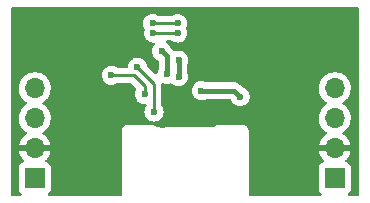
<source format=gbr>
%TF.GenerationSoftware,KiCad,Pcbnew,6.0.11-2627ca5db0~126~ubuntu22.04.1*%
%TF.CreationDate,2023-09-07T17:42:38+02:00*%
%TF.ProjectId,I2C_Module_BME680_FUEL4EP,4932435f-4d6f-4647-956c-655f424d4536,V1.0*%
%TF.SameCoordinates,Original*%
%TF.FileFunction,Copper,L2,Bot*%
%TF.FilePolarity,Positive*%
%FSLAX46Y46*%
G04 Gerber Fmt 4.6, Leading zero omitted, Abs format (unit mm)*
G04 Created by KiCad (PCBNEW 6.0.11-2627ca5db0~126~ubuntu22.04.1) date 2023-09-07 17:42:38*
%MOMM*%
%LPD*%
G01*
G04 APERTURE LIST*
%TA.AperFunction,ComponentPad*%
%ADD10R,1.700000X1.700000*%
%TD*%
%TA.AperFunction,ComponentPad*%
%ADD11O,1.700000X1.700000*%
%TD*%
%TA.AperFunction,ViaPad*%
%ADD12C,0.600000*%
%TD*%
%TA.AperFunction,Conductor*%
%ADD13C,0.400000*%
%TD*%
%TA.AperFunction,Conductor*%
%ADD14C,0.250000*%
%TD*%
G04 APERTURE END LIST*
D10*
%TO.P,J1,1,Pin_1*%
%TO.N,VCC*%
X2500000Y2000000D03*
D11*
%TO.P,J1,2,Pin_2*%
%TO.N,GND*%
X2500000Y4540000D03*
%TO.P,J1,3,Pin_3*%
%TO.N,/SCL*%
X2500000Y7080000D03*
%TO.P,J1,4,Pin_4*%
%TO.N,/SDA*%
X2500000Y9620000D03*
%TD*%
D10*
%TO.P,J2,1,Pin_1*%
%TO.N,VCC*%
X27900000Y2000000D03*
D11*
%TO.P,J2,2,Pin_2*%
%TO.N,GND*%
X27900000Y4540000D03*
%TO.P,J2,3,Pin_3*%
%TO.N,/SCL*%
X27900000Y7080000D03*
%TO.P,J2,4,Pin_4*%
%TO.N,/SDA*%
X27900000Y9620000D03*
%TD*%
D12*
%TO.N,VCC*%
X13700000Y10800000D03*
X13256717Y12747565D03*
%TO.N,GND*%
X15952178Y11675500D03*
X9000000Y8200000D03*
X17719014Y8491742D03*
X13400000Y6500000D03*
X22800000Y8900000D03*
X14400000Y9000000D03*
%TO.N,/SCL*%
X12557217Y14300000D03*
X11200000Y11400000D03*
X12600000Y7600000D03*
X14600000Y14300000D03*
%TO.N,/SDA*%
X9000000Y10700000D03*
X12486493Y15096368D03*
X14600000Y15099503D03*
X11800000Y9100000D03*
%TO.N,VDDA*%
X19900000Y8900000D03*
X14685000Y10597577D03*
X14700000Y12000000D03*
X16600000Y9400000D03*
%TD*%
D13*
%TO.N,VCC*%
X13700000Y12304282D02*
X13256717Y12747565D01*
X13700000Y10800000D02*
X13700000Y12304282D01*
D14*
%TO.N,/SCL*%
X11200000Y11400000D02*
X12600000Y10000000D01*
X14600000Y14300000D02*
X12557217Y14300000D01*
X12600000Y10000000D02*
X12600000Y7600000D01*
%TO.N,/SDA*%
X10900000Y10700000D02*
X11800000Y9800000D01*
X14600000Y15099503D02*
X14596865Y15096368D01*
X9000000Y10700000D02*
X10900000Y10700000D01*
X11800000Y9800000D02*
X11800000Y9100000D01*
X14596865Y15096368D02*
X12486493Y15096368D01*
D13*
%TO.N,VDDA*%
X14700000Y12000000D02*
X14700000Y10619423D01*
X14700000Y10619423D02*
X14700000Y10612577D01*
X14700000Y10619423D02*
X14681577Y10601000D01*
X16600000Y9400000D02*
X19400000Y9400000D01*
X14700000Y10612577D02*
X14685000Y10597577D01*
X19400000Y9400000D02*
X19900000Y8900000D01*
%TD*%
%TA.AperFunction,Conductor*%
%TO.N,GND*%
G36*
X29913621Y16471498D02*
G01*
X29960114Y16417842D01*
X29971500Y16365500D01*
X29971500Y634500D01*
X29951498Y566379D01*
X29897842Y519886D01*
X29845500Y508500D01*
X29120226Y508500D01*
X29052105Y528502D01*
X29005612Y582158D01*
X28995508Y652432D01*
X29025002Y717012D01*
X29044661Y735326D01*
X29106080Y781357D01*
X29106081Y781358D01*
X29113261Y786739D01*
X29200615Y903295D01*
X29251745Y1039684D01*
X29258500Y1101866D01*
X29258500Y2898134D01*
X29251745Y2960316D01*
X29200615Y3096705D01*
X29113261Y3213261D01*
X28996705Y3300615D01*
X28877687Y3345233D01*
X28820923Y3387875D01*
X28796223Y3454436D01*
X28811430Y3523785D01*
X28832977Y3552465D01*
X28934052Y3653188D01*
X28940730Y3661035D01*
X29065003Y3833980D01*
X29070313Y3842817D01*
X29164670Y4033733D01*
X29168469Y4043328D01*
X29230377Y4247090D01*
X29232555Y4257163D01*
X29233986Y4268038D01*
X29231775Y4282222D01*
X29218617Y4286000D01*
X26583225Y4286000D01*
X26569694Y4282027D01*
X26568257Y4272034D01*
X26598565Y4137554D01*
X26601645Y4127725D01*
X26681770Y3930397D01*
X26686413Y3921206D01*
X26797694Y3739612D01*
X26803777Y3731301D01*
X26943213Y3570333D01*
X26950577Y3563121D01*
X26955522Y3559015D01*
X26995156Y3500111D01*
X26996653Y3429130D01*
X26959537Y3368608D01*
X26919264Y3344090D01*
X26811705Y3303768D01*
X26811704Y3303767D01*
X26803295Y3300615D01*
X26686739Y3213261D01*
X26599385Y3096705D01*
X26548255Y2960316D01*
X26541500Y2898134D01*
X26541500Y1101866D01*
X26548255Y1039684D01*
X26599385Y903295D01*
X26686739Y786739D01*
X26693919Y781358D01*
X26693920Y781357D01*
X26755339Y735326D01*
X26797854Y678467D01*
X26802880Y607648D01*
X26768820Y545355D01*
X26706489Y511365D01*
X26679774Y508500D01*
X20734500Y508500D01*
X20666379Y528502D01*
X20619886Y582158D01*
X20608500Y634500D01*
X20608500Y5991377D01*
X20608502Y5992147D01*
X20608800Y6040898D01*
X20608976Y6069721D01*
X20600850Y6098153D01*
X20597272Y6114915D01*
X20594352Y6135302D01*
X20593080Y6144187D01*
X20582451Y6167564D01*
X20576004Y6185087D01*
X20574348Y6190880D01*
X20568949Y6209771D01*
X20564156Y6217368D01*
X20553170Y6234780D01*
X20545030Y6249865D01*
X20542564Y6255289D01*
X20532792Y6276782D01*
X20516030Y6296235D01*
X20504927Y6311239D01*
X20491224Y6332958D01*
X20484499Y6338897D01*
X20484496Y6338901D01*
X20469062Y6352532D01*
X20457018Y6364724D01*
X20443573Y6380327D01*
X20443570Y6380329D01*
X20437713Y6387127D01*
X20424009Y6396010D01*
X20416165Y6401094D01*
X20401291Y6412385D01*
X20388783Y6423431D01*
X20388782Y6423432D01*
X20382049Y6429378D01*
X20355287Y6441943D01*
X20340309Y6450263D01*
X20323017Y6461471D01*
X20323012Y6461473D01*
X20315485Y6466352D01*
X20306892Y6468922D01*
X20306887Y6468924D01*
X20290880Y6473711D01*
X20273436Y6480372D01*
X20258324Y6487467D01*
X20258322Y6487468D01*
X20250200Y6491281D01*
X20241333Y6492662D01*
X20241332Y6492662D01*
X20230478Y6494352D01*
X20220983Y6495830D01*
X20204268Y6499613D01*
X20184534Y6505515D01*
X20184528Y6505516D01*
X20175934Y6508086D01*
X20166963Y6508141D01*
X20166962Y6508141D01*
X20156903Y6508202D01*
X20141494Y6508296D01*
X20140711Y6508329D01*
X20139614Y6508500D01*
X20108623Y6508500D01*
X20107853Y6508502D01*
X20034215Y6508952D01*
X20034214Y6508952D01*
X20030279Y6508976D01*
X20028935Y6508592D01*
X20027590Y6508500D01*
X18108623Y6508500D01*
X18107853Y6508502D01*
X18107037Y6508507D01*
X18030279Y6508976D01*
X18007918Y6502585D01*
X18001847Y6500850D01*
X17985085Y6497272D01*
X17955813Y6493080D01*
X17947645Y6489366D01*
X17947644Y6489366D01*
X17932438Y6482452D01*
X17914914Y6476004D01*
X17890229Y6468949D01*
X17882635Y6464157D01*
X17882632Y6464156D01*
X17865220Y6453170D01*
X17850137Y6445031D01*
X17823218Y6432792D01*
X17816416Y6426931D01*
X17803765Y6416030D01*
X17788761Y6404927D01*
X17767042Y6391224D01*
X17761103Y6384499D01*
X17761099Y6384496D01*
X17747468Y6369062D01*
X17735276Y6357018D01*
X17719674Y6343574D01*
X17719671Y6343571D01*
X17718883Y6342891D01*
X17718879Y6342889D01*
X17712873Y6337714D01*
X17712126Y6338581D01*
X17659471Y6304987D01*
X17624373Y6300000D01*
X12875824Y6300000D01*
X12807703Y6320002D01*
X12791947Y6333776D01*
X12791225Y6332958D01*
X12769062Y6352532D01*
X12757018Y6364724D01*
X12743573Y6380327D01*
X12743570Y6380329D01*
X12737713Y6387127D01*
X12724009Y6396010D01*
X12716165Y6401094D01*
X12701291Y6412385D01*
X12688783Y6423431D01*
X12688782Y6423432D01*
X12682049Y6429378D01*
X12655287Y6441943D01*
X12640309Y6450263D01*
X12623017Y6461471D01*
X12623012Y6461473D01*
X12615485Y6466352D01*
X12606892Y6468922D01*
X12606887Y6468924D01*
X12590880Y6473711D01*
X12573436Y6480372D01*
X12558324Y6487467D01*
X12558322Y6487468D01*
X12550200Y6491281D01*
X12541333Y6492662D01*
X12541332Y6492662D01*
X12530478Y6494352D01*
X12520983Y6495830D01*
X12504268Y6499613D01*
X12484534Y6505515D01*
X12484528Y6505516D01*
X12475934Y6508086D01*
X12466963Y6508141D01*
X12466962Y6508141D01*
X12456903Y6508202D01*
X12441494Y6508296D01*
X12440711Y6508329D01*
X12439614Y6508500D01*
X12408623Y6508500D01*
X12407853Y6508502D01*
X12334215Y6508952D01*
X12334214Y6508952D01*
X12330279Y6508976D01*
X12328935Y6508592D01*
X12327590Y6508500D01*
X10408623Y6508500D01*
X10407853Y6508502D01*
X10407037Y6508507D01*
X10330279Y6508976D01*
X10307918Y6502585D01*
X10301847Y6500850D01*
X10285085Y6497272D01*
X10255813Y6493080D01*
X10247645Y6489366D01*
X10247644Y6489366D01*
X10232438Y6482452D01*
X10214914Y6476004D01*
X10190229Y6468949D01*
X10182635Y6464157D01*
X10182632Y6464156D01*
X10165220Y6453170D01*
X10150137Y6445031D01*
X10123218Y6432792D01*
X10116416Y6426931D01*
X10103765Y6416030D01*
X10088761Y6404927D01*
X10067042Y6391224D01*
X10061103Y6384499D01*
X10061099Y6384496D01*
X10047468Y6369062D01*
X10035276Y6357018D01*
X10019673Y6343573D01*
X10019671Y6343570D01*
X10012873Y6337713D01*
X10007993Y6330184D01*
X10007992Y6330183D01*
X9998906Y6316165D01*
X9987615Y6301291D01*
X9976569Y6288783D01*
X9970622Y6282049D01*
X9964312Y6268609D01*
X9958058Y6255289D01*
X9949737Y6240309D01*
X9938529Y6223017D01*
X9938527Y6223012D01*
X9933648Y6215485D01*
X9931078Y6206892D01*
X9931076Y6206887D01*
X9926289Y6190880D01*
X9919628Y6173436D01*
X9912533Y6158324D01*
X9908719Y6150200D01*
X9907338Y6141333D01*
X9907338Y6141332D01*
X9904170Y6120985D01*
X9900387Y6104268D01*
X9894485Y6084534D01*
X9894484Y6084528D01*
X9891914Y6075934D01*
X9891859Y6066963D01*
X9891859Y6066962D01*
X9891704Y6041503D01*
X9891671Y6040711D01*
X9891500Y6039614D01*
X9891500Y6008623D01*
X9891498Y6007853D01*
X9891024Y5930279D01*
X9891408Y5928935D01*
X9891500Y5927590D01*
X9891500Y634500D01*
X9871498Y566379D01*
X9817842Y519886D01*
X9765500Y508500D01*
X3720226Y508500D01*
X3652105Y528502D01*
X3605612Y582158D01*
X3595508Y652432D01*
X3625002Y717012D01*
X3644661Y735326D01*
X3706080Y781357D01*
X3706081Y781358D01*
X3713261Y786739D01*
X3800615Y903295D01*
X3851745Y1039684D01*
X3858500Y1101866D01*
X3858500Y2898134D01*
X3851745Y2960316D01*
X3800615Y3096705D01*
X3713261Y3213261D01*
X3596705Y3300615D01*
X3477687Y3345233D01*
X3420923Y3387875D01*
X3396223Y3454436D01*
X3411430Y3523785D01*
X3432977Y3552465D01*
X3534052Y3653188D01*
X3540730Y3661035D01*
X3665003Y3833980D01*
X3670313Y3842817D01*
X3764670Y4033733D01*
X3768469Y4043328D01*
X3830377Y4247090D01*
X3832555Y4257163D01*
X3833986Y4268038D01*
X3831775Y4282222D01*
X3818617Y4286000D01*
X1183225Y4286000D01*
X1169694Y4282027D01*
X1168257Y4272034D01*
X1198565Y4137554D01*
X1201645Y4127725D01*
X1281770Y3930397D01*
X1286413Y3921206D01*
X1397694Y3739612D01*
X1403777Y3731301D01*
X1543213Y3570333D01*
X1550577Y3563121D01*
X1555522Y3559015D01*
X1595156Y3500111D01*
X1596653Y3429130D01*
X1559537Y3368608D01*
X1519264Y3344090D01*
X1411705Y3303768D01*
X1411704Y3303767D01*
X1403295Y3300615D01*
X1286739Y3213261D01*
X1199385Y3096705D01*
X1148255Y2960316D01*
X1141500Y2898134D01*
X1141500Y1101866D01*
X1148255Y1039684D01*
X1199385Y903295D01*
X1286739Y786739D01*
X1293919Y781358D01*
X1293920Y781357D01*
X1355339Y735326D01*
X1397854Y678467D01*
X1402880Y607648D01*
X1368820Y545355D01*
X1306489Y511365D01*
X1279774Y508500D01*
X634500Y508500D01*
X566379Y528502D01*
X519886Y582158D01*
X508500Y634500D01*
X508500Y7113305D01*
X1137251Y7113305D01*
X1137548Y7108152D01*
X1137548Y7108149D01*
X1146764Y6948323D01*
X1150110Y6890285D01*
X1151247Y6885239D01*
X1151248Y6885233D01*
X1173392Y6786977D01*
X1199222Y6672361D01*
X1237461Y6578189D01*
X1280817Y6471416D01*
X1283266Y6465384D01*
X1320318Y6404920D01*
X1361503Y6337713D01*
X1399987Y6274912D01*
X1546250Y6106062D01*
X1718126Y5963368D01*
X1768016Y5934215D01*
X1791955Y5920226D01*
X1840679Y5868588D01*
X1853750Y5798805D01*
X1827019Y5733033D01*
X1786562Y5699673D01*
X1778457Y5695454D01*
X1769738Y5689964D01*
X1599433Y5562095D01*
X1591726Y5555252D01*
X1444590Y5401283D01*
X1438104Y5393273D01*
X1318098Y5217351D01*
X1313000Y5208377D01*
X1223338Y5015217D01*
X1219775Y5005530D01*
X1164389Y4805817D01*
X1165912Y4797393D01*
X1178292Y4794000D01*
X3818344Y4794000D01*
X3831875Y4797973D01*
X3833180Y4807053D01*
X3791214Y4974125D01*
X3787894Y4983876D01*
X3702972Y5179186D01*
X3698105Y5188261D01*
X3582426Y5367074D01*
X3576136Y5375243D01*
X3432806Y5532760D01*
X3425273Y5539785D01*
X3258139Y5671778D01*
X3249556Y5677480D01*
X3212602Y5697880D01*
X3162631Y5748313D01*
X3147859Y5817755D01*
X3172975Y5884161D01*
X3200327Y5910768D01*
X3227680Y5930279D01*
X3379860Y6038827D01*
X3408094Y6066962D01*
X3534435Y6192863D01*
X3538096Y6196511D01*
X3557143Y6223017D01*
X3665435Y6373723D01*
X3668453Y6377923D01*
X3682422Y6406186D01*
X3765136Y6573547D01*
X3765137Y6573549D01*
X3767430Y6578189D01*
X3832370Y6791931D01*
X3861529Y7013410D01*
X3861611Y7016760D01*
X3863074Y7076635D01*
X3863074Y7076639D01*
X3863156Y7080000D01*
X3844852Y7302639D01*
X3790431Y7519298D01*
X3701354Y7724160D01*
X3580014Y7911723D01*
X3429670Y8076949D01*
X3425619Y8080148D01*
X3425615Y8080152D01*
X3258414Y8212200D01*
X3258410Y8212202D01*
X3254359Y8215402D01*
X3213053Y8238204D01*
X3163084Y8288636D01*
X3148312Y8358079D01*
X3173428Y8424484D01*
X3200780Y8451091D01*
X3244603Y8482350D01*
X3379860Y8578827D01*
X3388263Y8587200D01*
X3534435Y8732863D01*
X3538096Y8736511D01*
X3597594Y8819311D01*
X3665435Y8913723D01*
X3668453Y8917923D01*
X3767430Y9118189D01*
X3807949Y9251552D01*
X3830865Y9326977D01*
X3830865Y9326979D01*
X3832370Y9331931D01*
X3861529Y9553410D01*
X3862066Y9575387D01*
X3863074Y9616635D01*
X3863074Y9616639D01*
X3863156Y9620000D01*
X3844852Y9842639D01*
X3790431Y10059298D01*
X3701354Y10264160D01*
X3640176Y10358727D01*
X3582822Y10447383D01*
X3582820Y10447386D01*
X3580014Y10451723D01*
X3429670Y10616949D01*
X3425619Y10620148D01*
X3425615Y10620152D01*
X3310126Y10711360D01*
X8186463Y10711360D01*
X8204163Y10530840D01*
X8261418Y10358727D01*
X8265065Y10352705D01*
X8265066Y10352703D01*
X8349817Y10212762D01*
X8355380Y10203576D01*
X8360269Y10198513D01*
X8360270Y10198512D01*
X8366204Y10192367D01*
X8481382Y10073098D01*
X8544567Y10031751D01*
X8589477Y10002363D01*
X8633159Y9973778D01*
X8639763Y9971322D01*
X8639765Y9971321D01*
X8796558Y9913010D01*
X8796560Y9913010D01*
X8803168Y9910552D01*
X8886995Y9899367D01*
X8975980Y9887493D01*
X8975984Y9887493D01*
X8982961Y9886562D01*
X8989972Y9887200D01*
X8989976Y9887200D01*
X9132459Y9900168D01*
X9163600Y9903002D01*
X9170302Y9905180D01*
X9170304Y9905180D01*
X9329409Y9956876D01*
X9329412Y9956877D01*
X9336108Y9959053D01*
X9458060Y10031751D01*
X9486541Y10048729D01*
X9551058Y10066500D01*
X10585406Y10066500D01*
X10653527Y10046498D01*
X10674501Y10029595D01*
X11066397Y9637699D01*
X11100423Y9575387D01*
X11095358Y9504572D01*
X11083216Y9480353D01*
X11071235Y9461762D01*
X11068826Y9455142D01*
X11068824Y9455139D01*
X11025847Y9337061D01*
X11009197Y9291315D01*
X10986463Y9111360D01*
X11004163Y8930840D01*
X11061418Y8758727D01*
X11065065Y8752705D01*
X11065066Y8752703D01*
X11151720Y8609620D01*
X11155380Y8603576D01*
X11160269Y8598513D01*
X11160270Y8598512D01*
X11198690Y8558727D01*
X11281382Y8473098D01*
X11287278Y8469240D01*
X11407358Y8390662D01*
X11433159Y8373778D01*
X11439763Y8371322D01*
X11439765Y8371321D01*
X11596558Y8313010D01*
X11596560Y8313010D01*
X11603168Y8310552D01*
X11686995Y8299367D01*
X11775980Y8287493D01*
X11775984Y8287493D01*
X11782961Y8286562D01*
X11789972Y8287200D01*
X11789977Y8287200D01*
X11829081Y8290759D01*
X11898734Y8277013D01*
X11949898Y8227792D01*
X11966500Y8165278D01*
X11966500Y8146669D01*
X11946411Y8078414D01*
X11875054Y7967690D01*
X11875050Y7967681D01*
X11871235Y7961762D01*
X11868826Y7955142D01*
X11868825Y7955141D01*
X11811606Y7797934D01*
X11809197Y7791315D01*
X11786463Y7611360D01*
X11804163Y7430840D01*
X11861418Y7258727D01*
X11865065Y7252705D01*
X11865066Y7252703D01*
X11875978Y7234686D01*
X11955380Y7103576D01*
X12081382Y6973098D01*
X12087278Y6969240D01*
X12207934Y6890285D01*
X12233159Y6873778D01*
X12239763Y6871322D01*
X12239765Y6871321D01*
X12396558Y6813010D01*
X12396560Y6813010D01*
X12403168Y6810552D01*
X12486995Y6799367D01*
X12575980Y6787493D01*
X12575984Y6787493D01*
X12582961Y6786562D01*
X12589972Y6787200D01*
X12589976Y6787200D01*
X12732459Y6800168D01*
X12763600Y6803002D01*
X12770302Y6805180D01*
X12770304Y6805180D01*
X12929409Y6856876D01*
X12929412Y6856877D01*
X12936108Y6859053D01*
X13091912Y6951931D01*
X13223266Y7077018D01*
X13247375Y7113305D01*
X26537251Y7113305D01*
X26537548Y7108152D01*
X26537548Y7108149D01*
X26546764Y6948323D01*
X26550110Y6890285D01*
X26551247Y6885239D01*
X26551248Y6885233D01*
X26573392Y6786977D01*
X26599222Y6672361D01*
X26637461Y6578189D01*
X26680817Y6471416D01*
X26683266Y6465384D01*
X26720318Y6404920D01*
X26761503Y6337713D01*
X26799987Y6274912D01*
X26946250Y6106062D01*
X27118126Y5963368D01*
X27168016Y5934215D01*
X27191955Y5920226D01*
X27240679Y5868588D01*
X27253750Y5798805D01*
X27227019Y5733033D01*
X27186562Y5699673D01*
X27178457Y5695454D01*
X27169738Y5689964D01*
X26999433Y5562095D01*
X26991726Y5555252D01*
X26844590Y5401283D01*
X26838104Y5393273D01*
X26718098Y5217351D01*
X26713000Y5208377D01*
X26623338Y5015217D01*
X26619775Y5005530D01*
X26564389Y4805817D01*
X26565912Y4797393D01*
X26578292Y4794000D01*
X29218344Y4794000D01*
X29231875Y4797973D01*
X29233180Y4807053D01*
X29191214Y4974125D01*
X29187894Y4983876D01*
X29102972Y5179186D01*
X29098105Y5188261D01*
X28982426Y5367074D01*
X28976136Y5375243D01*
X28832806Y5532760D01*
X28825273Y5539785D01*
X28658139Y5671778D01*
X28649556Y5677480D01*
X28612602Y5697880D01*
X28562631Y5748313D01*
X28547859Y5817755D01*
X28572975Y5884161D01*
X28600327Y5910768D01*
X28627680Y5930279D01*
X28779860Y6038827D01*
X28808094Y6066962D01*
X28934435Y6192863D01*
X28938096Y6196511D01*
X28957143Y6223017D01*
X29065435Y6373723D01*
X29068453Y6377923D01*
X29082422Y6406186D01*
X29165136Y6573547D01*
X29165137Y6573549D01*
X29167430Y6578189D01*
X29232370Y6791931D01*
X29261529Y7013410D01*
X29261611Y7016760D01*
X29263074Y7076635D01*
X29263074Y7076639D01*
X29263156Y7080000D01*
X29244852Y7302639D01*
X29190431Y7519298D01*
X29101354Y7724160D01*
X28980014Y7911723D01*
X28829670Y8076949D01*
X28825619Y8080148D01*
X28825615Y8080152D01*
X28658414Y8212200D01*
X28658410Y8212202D01*
X28654359Y8215402D01*
X28613053Y8238204D01*
X28563084Y8288636D01*
X28548312Y8358079D01*
X28573428Y8424484D01*
X28600780Y8451091D01*
X28644603Y8482350D01*
X28779860Y8578827D01*
X28788263Y8587200D01*
X28934435Y8732863D01*
X28938096Y8736511D01*
X28997594Y8819311D01*
X29065435Y8913723D01*
X29068453Y8917923D01*
X29167430Y9118189D01*
X29207949Y9251552D01*
X29230865Y9326977D01*
X29230865Y9326979D01*
X29232370Y9331931D01*
X29261529Y9553410D01*
X29262066Y9575387D01*
X29263074Y9616635D01*
X29263074Y9616639D01*
X29263156Y9620000D01*
X29244852Y9842639D01*
X29190431Y10059298D01*
X29101354Y10264160D01*
X29040176Y10358727D01*
X28982822Y10447383D01*
X28982820Y10447386D01*
X28980014Y10451723D01*
X28829670Y10616949D01*
X28825619Y10620148D01*
X28825615Y10620152D01*
X28658414Y10752200D01*
X28658410Y10752202D01*
X28654359Y10755402D01*
X28458789Y10863362D01*
X28453920Y10865086D01*
X28453916Y10865088D01*
X28253087Y10936205D01*
X28253083Y10936206D01*
X28248212Y10937931D01*
X28243119Y10938838D01*
X28243116Y10938839D01*
X28033373Y10976200D01*
X28033367Y10976201D01*
X28028284Y10977106D01*
X27954452Y10978008D01*
X27810081Y10979772D01*
X27810079Y10979772D01*
X27804911Y10979835D01*
X27584091Y10946045D01*
X27371756Y10876643D01*
X27173607Y10773493D01*
X27169474Y10770390D01*
X27169471Y10770388D01*
X27090853Y10711360D01*
X26994965Y10639365D01*
X26840629Y10477862D01*
X26714743Y10293320D01*
X26683343Y10225675D01*
X26624956Y10099889D01*
X26620688Y10090695D01*
X26560989Y9875430D01*
X26537251Y9653305D01*
X26537548Y9648152D01*
X26537548Y9648149D01*
X26544125Y9534082D01*
X26550110Y9430285D01*
X26551247Y9425239D01*
X26551248Y9425233D01*
X26571119Y9337061D01*
X26599222Y9212361D01*
X26683266Y9005384D01*
X26685965Y9000980D01*
X26764170Y8873361D01*
X26799987Y8814912D01*
X26946250Y8646062D01*
X27118126Y8503368D01*
X27161254Y8478166D01*
X27191445Y8460524D01*
X27240169Y8408886D01*
X27253240Y8339103D01*
X27226509Y8273331D01*
X27186055Y8239973D01*
X27173607Y8233493D01*
X27169474Y8230390D01*
X27169471Y8230388D01*
X26999809Y8103002D01*
X26994965Y8099365D01*
X26840629Y7937862D01*
X26714743Y7753320D01*
X26699003Y7719410D01*
X26633030Y7577283D01*
X26620688Y7550695D01*
X26560989Y7335430D01*
X26537251Y7113305D01*
X13247375Y7113305D01*
X13323643Y7228098D01*
X13388055Y7397662D01*
X13389035Y7404634D01*
X13412748Y7573361D01*
X13412748Y7573364D01*
X13413299Y7577283D01*
X13413616Y7600000D01*
X13393397Y7780255D01*
X13391080Y7786909D01*
X13336064Y7944894D01*
X13336062Y7944897D01*
X13333745Y7951552D01*
X13252646Y8081339D01*
X13233500Y8148108D01*
X13233500Y9411360D01*
X15786463Y9411360D01*
X15804163Y9230840D01*
X15861418Y9058727D01*
X15865065Y9052705D01*
X15865066Y9052703D01*
X15949235Y8913723D01*
X15955380Y8903576D01*
X16081382Y8773098D01*
X16233159Y8673778D01*
X16239763Y8671322D01*
X16239765Y8671321D01*
X16396558Y8613010D01*
X16396560Y8613010D01*
X16403168Y8610552D01*
X16486995Y8599367D01*
X16575980Y8587493D01*
X16575984Y8587493D01*
X16582961Y8586562D01*
X16589972Y8587200D01*
X16589976Y8587200D01*
X16732459Y8600168D01*
X16763600Y8603002D01*
X16770302Y8605180D01*
X16770304Y8605180D01*
X16929409Y8656876D01*
X16929412Y8656877D01*
X16936108Y8659053D01*
X16960727Y8673729D01*
X17025245Y8691500D01*
X19026376Y8691500D01*
X19094497Y8671498D01*
X19140990Y8617842D01*
X19145933Y8605275D01*
X19161418Y8558727D01*
X19165065Y8552705D01*
X19165066Y8552703D01*
X19242718Y8424484D01*
X19255380Y8403576D01*
X19260269Y8398513D01*
X19260270Y8398512D01*
X19299316Y8358079D01*
X19381382Y8273098D01*
X19533159Y8173778D01*
X19539763Y8171322D01*
X19539765Y8171321D01*
X19696558Y8113010D01*
X19696560Y8113010D01*
X19703168Y8110552D01*
X19786995Y8099367D01*
X19875980Y8087493D01*
X19875984Y8087493D01*
X19882961Y8086562D01*
X19889972Y8087200D01*
X19889976Y8087200D01*
X20032459Y8100168D01*
X20063600Y8103002D01*
X20070302Y8105180D01*
X20070304Y8105180D01*
X20229409Y8156876D01*
X20229412Y8156877D01*
X20236108Y8159053D01*
X20351419Y8227792D01*
X20385860Y8248323D01*
X20385862Y8248324D01*
X20391912Y8251931D01*
X20523266Y8377018D01*
X20623643Y8528098D01*
X20673389Y8659053D01*
X20685555Y8691080D01*
X20685556Y8691082D01*
X20688055Y8697662D01*
X20694105Y8740708D01*
X20712748Y8873361D01*
X20712748Y8873364D01*
X20713299Y8877283D01*
X20713616Y8900000D01*
X20693397Y9080255D01*
X20682565Y9111360D01*
X20636064Y9244894D01*
X20636062Y9244897D01*
X20633745Y9251552D01*
X20537626Y9405376D01*
X20531684Y9411360D01*
X20414778Y9529085D01*
X20414774Y9529088D01*
X20409815Y9534082D01*
X20256666Y9631273D01*
X20149908Y9669288D01*
X20103078Y9698892D01*
X19921450Y9880520D01*
X19915596Y9886785D01*
X19896821Y9908307D01*
X19877561Y9930385D01*
X19825280Y9967129D01*
X19819986Y9971061D01*
X19775693Y10005791D01*
X19769718Y10010476D01*
X19762802Y10013599D01*
X19760516Y10014983D01*
X19745835Y10023357D01*
X19743475Y10024622D01*
X19737261Y10028990D01*
X19730182Y10031750D01*
X19730180Y10031751D01*
X19677725Y10052202D01*
X19671656Y10054753D01*
X19613427Y10081045D01*
X19605960Y10082429D01*
X19603405Y10083230D01*
X19587152Y10087859D01*
X19584572Y10088522D01*
X19577491Y10091282D01*
X19569960Y10092273D01*
X19569958Y10092274D01*
X19540339Y10096173D01*
X19514139Y10099622D01*
X19507641Y10100652D01*
X19444814Y10112296D01*
X19437234Y10111859D01*
X19437233Y10111859D01*
X19382608Y10108709D01*
X19375354Y10108500D01*
X17029158Y10108500D01*
X16969624Y10125795D01*
X16968948Y10124410D01*
X16962609Y10127502D01*
X16956666Y10131273D01*
X16942880Y10136182D01*
X16792425Y10189757D01*
X16792420Y10189758D01*
X16785790Y10192119D01*
X16778802Y10192952D01*
X16778799Y10192953D01*
X16655698Y10207632D01*
X16605680Y10213596D01*
X16598677Y10212860D01*
X16598676Y10212860D01*
X16432288Y10195372D01*
X16432286Y10195371D01*
X16425288Y10194636D01*
X16253579Y10136182D01*
X16208923Y10108709D01*
X16105095Y10044834D01*
X16105092Y10044832D01*
X16099088Y10041138D01*
X16094053Y10036207D01*
X16094050Y10036205D01*
X15976645Y9921233D01*
X15969493Y9914229D01*
X15871235Y9761762D01*
X15868826Y9755142D01*
X15868824Y9755139D01*
X15818413Y9616635D01*
X15809197Y9591315D01*
X15786463Y9411360D01*
X13233500Y9411360D01*
X13233500Y9921233D01*
X13234028Y9932421D01*
X13235702Y9939909D01*
X13235602Y9943090D01*
X13261147Y10007067D01*
X13318942Y10048302D01*
X13389855Y10051744D01*
X13404167Y10047370D01*
X13503168Y10010552D01*
X13586995Y9999367D01*
X13675980Y9987493D01*
X13675984Y9987493D01*
X13682961Y9986562D01*
X13689972Y9987200D01*
X13689976Y9987200D01*
X13832459Y10000168D01*
X13863600Y10003002D01*
X13870300Y10005179D01*
X13870305Y10005180D01*
X13995425Y10045834D01*
X14066393Y10047861D01*
X14124996Y10013529D01*
X14161483Y9975747D01*
X14161488Y9975743D01*
X14166382Y9970675D01*
X14221278Y9934752D01*
X14311932Y9875430D01*
X14318159Y9871355D01*
X14324763Y9868899D01*
X14324765Y9868898D01*
X14481558Y9810587D01*
X14481560Y9810587D01*
X14488168Y9808129D01*
X14571995Y9796944D01*
X14660980Y9785070D01*
X14660984Y9785070D01*
X14667961Y9784139D01*
X14674972Y9784777D01*
X14674976Y9784777D01*
X14817459Y9797745D01*
X14848600Y9800579D01*
X14855302Y9802757D01*
X14855304Y9802757D01*
X15014409Y9854453D01*
X15014412Y9854454D01*
X15021108Y9856630D01*
X15135233Y9924662D01*
X15170860Y9945900D01*
X15170862Y9945901D01*
X15176912Y9949508D01*
X15308266Y10074595D01*
X15408643Y10225675D01*
X15473055Y10395239D01*
X15474035Y10402211D01*
X15497748Y10570938D01*
X15497748Y10570941D01*
X15498299Y10574860D01*
X15498616Y10597577D01*
X15478397Y10777832D01*
X15476080Y10784486D01*
X15421064Y10942471D01*
X15421062Y10942474D01*
X15418745Y10949129D01*
X15419397Y10949356D01*
X15408500Y10997320D01*
X15408500Y11569868D01*
X15421983Y11625600D01*
X15423643Y11628098D01*
X15470540Y11751552D01*
X15485555Y11791080D01*
X15485556Y11791082D01*
X15488055Y11797662D01*
X15489035Y11804634D01*
X15512748Y11973361D01*
X15512748Y11973364D01*
X15513299Y11977283D01*
X15513616Y12000000D01*
X15493397Y12180255D01*
X15482043Y12212860D01*
X15436064Y12344894D01*
X15436062Y12344897D01*
X15433745Y12351552D01*
X15337626Y12505376D01*
X15332664Y12510373D01*
X15214778Y12629085D01*
X15214774Y12629088D01*
X15209815Y12634082D01*
X15056666Y12731273D01*
X14998705Y12751912D01*
X14892425Y12789757D01*
X14892420Y12789758D01*
X14885790Y12792119D01*
X14878802Y12792952D01*
X14878799Y12792953D01*
X14755698Y12807632D01*
X14705680Y12813596D01*
X14698677Y12812860D01*
X14698676Y12812860D01*
X14532288Y12795372D01*
X14532286Y12795371D01*
X14525288Y12794636D01*
X14440932Y12765919D01*
X14368439Y12741241D01*
X14297507Y12738223D01*
X14235720Y12775735D01*
X14235357Y12776263D01*
X14188829Y12817718D01*
X14183554Y12822698D01*
X14055390Y12950862D01*
X14025494Y12998519D01*
X13990462Y13099117D01*
X13894343Y13252941D01*
X13807266Y13340628D01*
X13771495Y13376650D01*
X13771491Y13376653D01*
X13766532Y13381647D01*
X13683853Y13434117D01*
X13637056Y13487503D01*
X13626551Y13557719D01*
X13655675Y13622467D01*
X13715180Y13661191D01*
X13751369Y13666500D01*
X14053903Y13666500D01*
X14122896Y13645932D01*
X14233159Y13573778D01*
X14239763Y13571322D01*
X14239765Y13571321D01*
X14396558Y13513010D01*
X14396560Y13513010D01*
X14403168Y13510552D01*
X14486995Y13499367D01*
X14575980Y13487493D01*
X14575984Y13487493D01*
X14582961Y13486562D01*
X14589972Y13487200D01*
X14589976Y13487200D01*
X14732459Y13500168D01*
X14763600Y13503002D01*
X14770302Y13505180D01*
X14770304Y13505180D01*
X14929409Y13556876D01*
X14929412Y13556877D01*
X14936108Y13559053D01*
X15091912Y13651931D01*
X15223266Y13777018D01*
X15323643Y13928098D01*
X15388055Y14097662D01*
X15389035Y14104634D01*
X15412748Y14273361D01*
X15412748Y14273364D01*
X15413299Y14277283D01*
X15413616Y14300000D01*
X15393397Y14480255D01*
X15389546Y14491315D01*
X15336064Y14644893D01*
X15336064Y14644894D01*
X15333745Y14651552D01*
X15334216Y14651716D01*
X15323550Y14717299D01*
X15330789Y14746413D01*
X15385555Y14890583D01*
X15385556Y14890585D01*
X15388055Y14897165D01*
X15413299Y15076786D01*
X15413616Y15099503D01*
X15393397Y15279758D01*
X15333745Y15451055D01*
X15237626Y15604879D01*
X15227054Y15615525D01*
X15114778Y15728588D01*
X15114774Y15728591D01*
X15109815Y15733585D01*
X15103637Y15737506D01*
X15050538Y15771203D01*
X14956666Y15830776D01*
X14927463Y15841175D01*
X14792425Y15889260D01*
X14792420Y15889261D01*
X14785790Y15891622D01*
X14778802Y15892455D01*
X14778799Y15892456D01*
X14655698Y15907135D01*
X14605680Y15913099D01*
X14598677Y15912363D01*
X14598676Y15912363D01*
X14432288Y15894875D01*
X14432286Y15894874D01*
X14425288Y15894139D01*
X14253579Y15835685D01*
X14111943Y15748549D01*
X14045923Y15729868D01*
X13033831Y15729868D01*
X12966317Y15749483D01*
X12933076Y15770578D01*
X12843159Y15827641D01*
X12813956Y15838040D01*
X12678918Y15886125D01*
X12678913Y15886126D01*
X12672283Y15888487D01*
X12665295Y15889320D01*
X12665292Y15889321D01*
X12542191Y15904000D01*
X12492173Y15909964D01*
X12485170Y15909228D01*
X12485169Y15909228D01*
X12318781Y15891740D01*
X12318779Y15891739D01*
X12311781Y15891004D01*
X12140072Y15832550D01*
X12134068Y15828856D01*
X11991588Y15741202D01*
X11991585Y15741200D01*
X11985581Y15737506D01*
X11980546Y15732575D01*
X11980543Y15732573D01*
X11977781Y15729868D01*
X11855986Y15610597D01*
X11757728Y15458130D01*
X11755319Y15451510D01*
X11755317Y15451507D01*
X11698099Y15294302D01*
X11695690Y15287683D01*
X11672956Y15107728D01*
X11690656Y14927208D01*
X11747911Y14755095D01*
X11751558Y14749073D01*
X11751559Y14749071D01*
X11788164Y14688629D01*
X11806343Y14619999D01*
X11798790Y14580267D01*
X11766414Y14491315D01*
X11743680Y14311360D01*
X11761380Y14130840D01*
X11818635Y13958727D01*
X11822282Y13952705D01*
X11822283Y13952703D01*
X11833195Y13934686D01*
X11912597Y13803576D01*
X12038599Y13673098D01*
X12190376Y13573778D01*
X12196980Y13571322D01*
X12196982Y13571321D01*
X12353775Y13513010D01*
X12353777Y13513010D01*
X12360385Y13510552D01*
X12540178Y13486562D01*
X12547196Y13487201D01*
X12550234Y13487137D01*
X12617921Y13465715D01*
X12663282Y13411098D01*
X12671913Y13340628D01*
X12641075Y13276678D01*
X12635758Y13271144D01*
X12626210Y13261794D01*
X12527952Y13109327D01*
X12525543Y13102707D01*
X12525541Y13102704D01*
X12521813Y13092461D01*
X12465914Y12938880D01*
X12443180Y12758925D01*
X12460880Y12578405D01*
X12518135Y12406292D01*
X12521782Y12400270D01*
X12521783Y12400268D01*
X12555319Y12344894D01*
X12612097Y12251141D01*
X12616986Y12246078D01*
X12616987Y12246077D01*
X12680551Y12180255D01*
X12738099Y12120663D01*
X12743995Y12116805D01*
X12870409Y12034082D01*
X12889876Y12021343D01*
X12909420Y12014075D01*
X12966295Y11971585D01*
X12991170Y11905088D01*
X12991500Y11895978D01*
X12991500Y11230290D01*
X12975341Y11175402D01*
X12978183Y11173991D01*
X12975053Y11167687D01*
X12971235Y11161762D01*
X12968826Y11155142D01*
X12968824Y11155139D01*
X12934838Y11061762D01*
X12909197Y10991315D01*
X12908314Y10984327D01*
X12908314Y10984326D01*
X12896051Y10887257D01*
X12867669Y10822181D01*
X12808609Y10782780D01*
X12737623Y10781564D01*
X12681949Y10813955D01*
X12440766Y11055139D01*
X12034420Y11461485D01*
X12000395Y11523797D01*
X11998301Y11536535D01*
X11994182Y11573255D01*
X11993397Y11580255D01*
X11933745Y11751552D01*
X11900576Y11804634D01*
X11841359Y11899402D01*
X11837626Y11905376D01*
X11823941Y11919157D01*
X11714778Y12029085D01*
X11714774Y12029088D01*
X11709815Y12034082D01*
X11698697Y12041138D01*
X11650538Y12071700D01*
X11556666Y12131273D01*
X11527463Y12141672D01*
X11392425Y12189757D01*
X11392420Y12189758D01*
X11385790Y12192119D01*
X11378802Y12192952D01*
X11378799Y12192953D01*
X11255698Y12207632D01*
X11205680Y12213596D01*
X11198677Y12212860D01*
X11198676Y12212860D01*
X11032288Y12195372D01*
X11032286Y12195371D01*
X11025288Y12194636D01*
X10853579Y12136182D01*
X10791109Y12097750D01*
X10705095Y12044834D01*
X10705092Y12044832D01*
X10699088Y12041138D01*
X10694053Y12036207D01*
X10694050Y12036205D01*
X10574525Y11919157D01*
X10569493Y11914229D01*
X10471235Y11761762D01*
X10468826Y11755142D01*
X10468824Y11755139D01*
X10424981Y11634681D01*
X10409197Y11591315D01*
X10392796Y11461485D01*
X10390550Y11443708D01*
X10362168Y11378631D01*
X10303109Y11339230D01*
X10265544Y11333500D01*
X9547338Y11333500D01*
X9479824Y11353115D01*
X9439617Y11378631D01*
X9356666Y11431273D01*
X9271821Y11461485D01*
X9192425Y11489757D01*
X9192420Y11489758D01*
X9185790Y11492119D01*
X9178802Y11492952D01*
X9178799Y11492953D01*
X9055698Y11507632D01*
X9005680Y11513596D01*
X8998677Y11512860D01*
X8998676Y11512860D01*
X8832288Y11495372D01*
X8832286Y11495371D01*
X8825288Y11494636D01*
X8653579Y11436182D01*
X8647575Y11432488D01*
X8505095Y11344834D01*
X8505092Y11344832D01*
X8499088Y11341138D01*
X8494053Y11336207D01*
X8494050Y11336205D01*
X8491288Y11333500D01*
X8369493Y11214229D01*
X8271235Y11061762D01*
X8268826Y11055142D01*
X8268824Y11055139D01*
X8229402Y10946827D01*
X8209197Y10891315D01*
X8186463Y10711360D01*
X3310126Y10711360D01*
X3258414Y10752200D01*
X3258410Y10752202D01*
X3254359Y10755402D01*
X3058789Y10863362D01*
X3053920Y10865086D01*
X3053916Y10865088D01*
X2853087Y10936205D01*
X2853083Y10936206D01*
X2848212Y10937931D01*
X2843119Y10938838D01*
X2843116Y10938839D01*
X2633373Y10976200D01*
X2633367Y10976201D01*
X2628284Y10977106D01*
X2554452Y10978008D01*
X2410081Y10979772D01*
X2410079Y10979772D01*
X2404911Y10979835D01*
X2184091Y10946045D01*
X1971756Y10876643D01*
X1773607Y10773493D01*
X1769474Y10770390D01*
X1769471Y10770388D01*
X1690853Y10711360D01*
X1594965Y10639365D01*
X1440629Y10477862D01*
X1314743Y10293320D01*
X1283343Y10225675D01*
X1224956Y10099889D01*
X1220688Y10090695D01*
X1160989Y9875430D01*
X1137251Y9653305D01*
X1137548Y9648152D01*
X1137548Y9648149D01*
X1144125Y9534082D01*
X1150110Y9430285D01*
X1151247Y9425239D01*
X1151248Y9425233D01*
X1171119Y9337061D01*
X1199222Y9212361D01*
X1283266Y9005384D01*
X1285965Y9000980D01*
X1364170Y8873361D01*
X1399987Y8814912D01*
X1546250Y8646062D01*
X1718126Y8503368D01*
X1761254Y8478166D01*
X1791445Y8460524D01*
X1840169Y8408886D01*
X1853240Y8339103D01*
X1826509Y8273331D01*
X1786055Y8239973D01*
X1773607Y8233493D01*
X1769474Y8230390D01*
X1769471Y8230388D01*
X1599809Y8103002D01*
X1594965Y8099365D01*
X1440629Y7937862D01*
X1314743Y7753320D01*
X1299003Y7719410D01*
X1233030Y7577283D01*
X1220688Y7550695D01*
X1160989Y7335430D01*
X1137251Y7113305D01*
X508500Y7113305D01*
X508500Y16365500D01*
X528502Y16433621D01*
X582158Y16480114D01*
X634500Y16491500D01*
X29845500Y16491500D01*
X29913621Y16471498D01*
G37*
%TD.AperFunction*%
%TD*%
M02*

</source>
